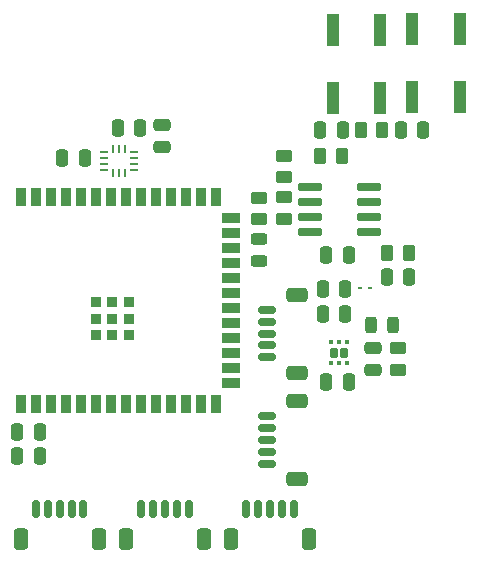
<source format=gbr>
%TF.GenerationSoftware,KiCad,Pcbnew,8.0.3*%
%TF.CreationDate,2024-07-15T22:47:52-04:00*%
%TF.ProjectId,get-a-grip-on-reality,6765742d-612d-4677-9269-702d6f6e2d72,rev?*%
%TF.SameCoordinates,Original*%
%TF.FileFunction,Paste,Top*%
%TF.FilePolarity,Positive*%
%FSLAX46Y46*%
G04 Gerber Fmt 4.6, Leading zero omitted, Abs format (unit mm)*
G04 Created by KiCad (PCBNEW 8.0.3) date 2024-07-15 22:47:52*
%MOMM*%
%LPD*%
G01*
G04 APERTURE LIST*
G04 Aperture macros list*
%AMRoundRect*
0 Rectangle with rounded corners*
0 $1 Rounding radius*
0 $2 $3 $4 $5 $6 $7 $8 $9 X,Y pos of 4 corners*
0 Add a 4 corners polygon primitive as box body*
4,1,4,$2,$3,$4,$5,$6,$7,$8,$9,$2,$3,0*
0 Add four circle primitives for the rounded corners*
1,1,$1+$1,$2,$3*
1,1,$1+$1,$4,$5*
1,1,$1+$1,$6,$7*
1,1,$1+$1,$8,$9*
0 Add four rect primitives between the rounded corners*
20,1,$1+$1,$2,$3,$4,$5,0*
20,1,$1+$1,$4,$5,$6,$7,0*
20,1,$1+$1,$6,$7,$8,$9,0*
20,1,$1+$1,$8,$9,$2,$3,0*%
G04 Aperture macros list end*
%ADD10RoundRect,0.250000X0.250000X0.475000X-0.250000X0.475000X-0.250000X-0.475000X0.250000X-0.475000X0*%
%ADD11RoundRect,0.250000X-0.650000X0.350000X-0.650000X-0.350000X0.650000X-0.350000X0.650000X0.350000X0*%
%ADD12RoundRect,0.150000X-0.625000X0.150000X-0.625000X-0.150000X0.625000X-0.150000X0.625000X0.150000X0*%
%ADD13RoundRect,0.250000X-0.450000X0.262500X-0.450000X-0.262500X0.450000X-0.262500X0.450000X0.262500X0*%
%ADD14RoundRect,0.093750X-0.106250X0.093750X-0.106250X-0.093750X0.106250X-0.093750X0.106250X0.093750X0*%
%ADD15RoundRect,0.172500X-0.172500X0.262500X-0.172500X-0.262500X0.172500X-0.262500X0.172500X0.262500X0*%
%ADD16RoundRect,0.243750X-0.456250X0.243750X-0.456250X-0.243750X0.456250X-0.243750X0.456250X0.243750X0*%
%ADD17RoundRect,0.250000X-0.250000X-0.475000X0.250000X-0.475000X0.250000X0.475000X-0.250000X0.475000X0*%
%ADD18RoundRect,0.250000X-0.262500X-0.450000X0.262500X-0.450000X0.262500X0.450000X-0.262500X0.450000X0*%
%ADD19RoundRect,0.062500X-0.117500X-0.062500X0.117500X-0.062500X0.117500X0.062500X-0.117500X0.062500X0*%
%ADD20RoundRect,0.250000X0.350000X0.650000X-0.350000X0.650000X-0.350000X-0.650000X0.350000X-0.650000X0*%
%ADD21RoundRect,0.150000X0.150000X0.625000X-0.150000X0.625000X-0.150000X-0.625000X0.150000X-0.625000X0*%
%ADD22R,0.250000X0.675000*%
%ADD23R,0.675000X0.250000*%
%ADD24RoundRect,0.250000X-0.475000X0.250000X-0.475000X-0.250000X0.475000X-0.250000X0.475000X0.250000X0*%
%ADD25R,0.900000X1.500000*%
%ADD26R,1.500000X0.900000*%
%ADD27R,0.900000X0.900000*%
%ADD28RoundRect,0.243750X0.243750X0.456250X-0.243750X0.456250X-0.243750X-0.456250X0.243750X-0.456250X0*%
%ADD29R,1.000000X2.750000*%
%ADD30RoundRect,0.250000X0.450000X-0.262500X0.450000X0.262500X-0.450000X0.262500X-0.450000X-0.262500X0*%
%ADD31RoundRect,0.250000X0.262500X0.450000X-0.262500X0.450000X-0.262500X-0.450000X0.262500X-0.450000X0*%
%ADD32RoundRect,0.075000X0.910000X0.225000X-0.910000X0.225000X-0.910000X-0.225000X0.910000X-0.225000X0*%
G04 APERTURE END LIST*
D10*
%TO.C,C8*%
X45775000Y-44875000D03*
X47675000Y-44875000D03*
%TD*%
%TO.C,C6*%
X41975200Y-68066800D03*
X43875200Y-68066800D03*
%TD*%
D11*
%TO.C,J6*%
X65625000Y-63075000D03*
X65625000Y-56475000D03*
D12*
X63100000Y-61775000D03*
X63100000Y-60775000D03*
X63100000Y-59775000D03*
X63100000Y-58775000D03*
X63100000Y-57775000D03*
%TD*%
D13*
%TO.C,R4*%
X64525000Y-46525000D03*
X64525000Y-44700000D03*
%TD*%
D14*
%TO.C,U1*%
X69875000Y-62287500D03*
X69225000Y-62287500D03*
X68575000Y-62287500D03*
X68575000Y-60512500D03*
X69225000Y-60512500D03*
X69875000Y-60512500D03*
D15*
X68825000Y-61400000D03*
X69625000Y-61400000D03*
%TD*%
D16*
%TO.C,D2*%
X62475000Y-53625000D03*
X62475000Y-51750000D03*
%TD*%
D10*
%TO.C,C5*%
X67847400Y-55992200D03*
X69747400Y-55992200D03*
%TD*%
D17*
%TO.C,C3*%
X69517800Y-42525000D03*
X67617800Y-42525000D03*
%TD*%
D10*
%TO.C,C11*%
X50475000Y-42325000D03*
X52375000Y-42325000D03*
%TD*%
%TO.C,C13*%
X68125000Y-53125000D03*
X70025000Y-53125000D03*
%TD*%
%TO.C,C1*%
X68150000Y-63825000D03*
X70050000Y-63825000D03*
%TD*%
D18*
%TO.C,R1*%
X72883900Y-42525000D03*
X71058900Y-42525000D03*
%TD*%
D19*
%TO.C,D1*%
X71005000Y-55891200D03*
X71845000Y-55891200D03*
%TD*%
D11*
%TO.C,J5*%
X65622400Y-72081200D03*
X65622400Y-65481200D03*
D12*
X63097400Y-70781200D03*
X63097400Y-69781200D03*
X63097400Y-68781200D03*
X63097400Y-67781200D03*
X63097400Y-66781200D03*
%TD*%
D20*
%TO.C,J3*%
X51175000Y-77150000D03*
X57775000Y-77150000D03*
D21*
X52475000Y-74625000D03*
X53475000Y-74625000D03*
X54475000Y-74625000D03*
X55475000Y-74625000D03*
X56475000Y-74625000D03*
%TD*%
D22*
%TO.C,U4*%
X51119200Y-46137500D03*
X50619200Y-46137500D03*
X50119200Y-46137500D03*
D23*
X49356700Y-45875000D03*
X49356700Y-45375000D03*
X49356700Y-44875000D03*
X49356700Y-44375000D03*
D22*
X50119200Y-44112500D03*
X50619200Y-44112500D03*
X51119200Y-44112500D03*
D23*
X51881700Y-44375000D03*
X51881700Y-44875000D03*
X51881700Y-45375000D03*
X51881700Y-45875000D03*
%TD*%
D24*
%TO.C,C9*%
X54200000Y-44000000D03*
X54200000Y-42100000D03*
%TD*%
D17*
%TO.C,C2*%
X76325000Y-42525000D03*
X74425000Y-42525000D03*
%TD*%
D25*
%TO.C,U2*%
X42304000Y-48241000D03*
X43574000Y-48241000D03*
X44844000Y-48241000D03*
X46114000Y-48241000D03*
X47384000Y-48241000D03*
X48654000Y-48241000D03*
X49924000Y-48241000D03*
X51194000Y-48241000D03*
X52464000Y-48241000D03*
X53734000Y-48241000D03*
X55004000Y-48241000D03*
X56274000Y-48241000D03*
X57544000Y-48241000D03*
X58814000Y-48241000D03*
D26*
X60064000Y-50006000D03*
X60064000Y-51276000D03*
X60064000Y-52546000D03*
X60064000Y-53816000D03*
X60064000Y-55086000D03*
X60064000Y-56356000D03*
X60064000Y-57626000D03*
X60064000Y-58896000D03*
X60064000Y-60166000D03*
X60064000Y-61436000D03*
X60064000Y-62706000D03*
X60064000Y-63976000D03*
D25*
X58814000Y-65741000D03*
X57544000Y-65741000D03*
X56274000Y-65741000D03*
X55004000Y-65741000D03*
X53734000Y-65741000D03*
X52464000Y-65741000D03*
X51194000Y-65741000D03*
X49924000Y-65741000D03*
X48654000Y-65741000D03*
X47384000Y-65741000D03*
X46114000Y-65741000D03*
X44844000Y-65741000D03*
X43574000Y-65741000D03*
X42304000Y-65741000D03*
D27*
X51424000Y-57091000D03*
X50024000Y-57091000D03*
X48624000Y-57091000D03*
X51424000Y-58491000D03*
X50024000Y-58491000D03*
X48624000Y-58491000D03*
X51424000Y-59891000D03*
X50024000Y-59891000D03*
X48624000Y-59891000D03*
%TD*%
D28*
%TO.C,D3*%
X71937500Y-59075000D03*
X73812500Y-59075000D03*
%TD*%
D29*
%TO.C,RESET1*%
X75425000Y-39775000D03*
X75425000Y-34015000D03*
X79425000Y-39775000D03*
X79425000Y-34015000D03*
%TD*%
D10*
%TO.C,C4*%
X67847400Y-58075000D03*
X69747400Y-58075000D03*
%TD*%
%TO.C,C7*%
X41980000Y-70100000D03*
X43880000Y-70100000D03*
%TD*%
D20*
%TO.C,J2*%
X42275000Y-77155000D03*
X48875000Y-77155000D03*
D21*
X43575000Y-74630000D03*
X44575000Y-74630000D03*
X45575000Y-74630000D03*
X46575000Y-74630000D03*
X47575000Y-74630000D03*
%TD*%
D30*
%TO.C,R5*%
X64525000Y-48212500D03*
X64525000Y-50037500D03*
%TD*%
%TO.C,R2*%
X62475000Y-48246300D03*
X62475000Y-50071300D03*
%TD*%
D31*
%TO.C,R6*%
X73287500Y-52975000D03*
X75112500Y-52975000D03*
%TD*%
D20*
%TO.C,J4*%
X60075000Y-77150000D03*
X66675000Y-77150000D03*
D21*
X61375000Y-74625000D03*
X62375000Y-74625000D03*
X63375000Y-74625000D03*
X64375000Y-74625000D03*
X65375000Y-74625000D03*
%TD*%
D29*
%TO.C,BOOT1*%
X72681800Y-34036400D03*
X72681800Y-39796400D03*
X68681800Y-34036400D03*
X68681800Y-39796400D03*
%TD*%
D24*
%TO.C,C10*%
X72130000Y-62861000D03*
X72130000Y-60961000D03*
%TD*%
D10*
%TO.C,C12*%
X73250000Y-54975000D03*
X75150000Y-54975000D03*
%TD*%
D32*
%TO.C,U5*%
X66780000Y-51205000D03*
X66780000Y-49935000D03*
X66780000Y-48665000D03*
X66780000Y-47395000D03*
X71720000Y-47395000D03*
X71720000Y-48665000D03*
X71720000Y-49935000D03*
X71720000Y-51205000D03*
%TD*%
D31*
%TO.C,R7*%
X67612500Y-44725000D03*
X69437500Y-44725000D03*
%TD*%
D13*
%TO.C,R3*%
X74175000Y-62825000D03*
X74175000Y-61000000D03*
%TD*%
M02*

</source>
